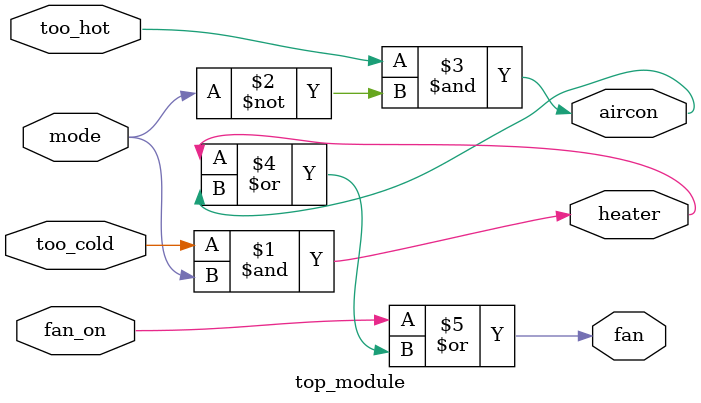
<source format=v>
module top_module (
    input too_cold,
    input too_hot,
    input mode,
    input fan_on,
    output heater,
    output aircon,
    output fan
); 

    assign heater = too_cold & mode;
    assign aircon = too_hot & (~mode);
    assign fan = fan_on | (heater | aircon);

endmodule
</source>
